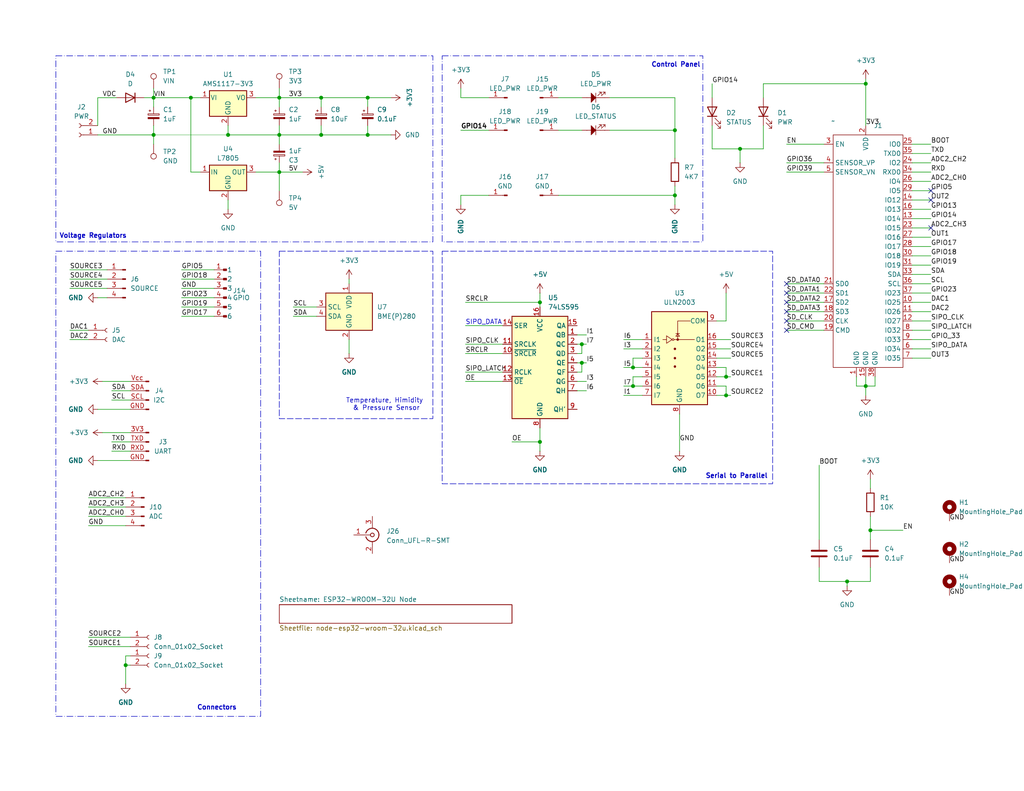
<source format=kicad_sch>
(kicad_sch (version 20231120) (generator "eeschema") (generator_version "8.0")
  (paper "USLetter")
  (title_block (title "ESP32 Sensor Node") (date "2024-07-03") (rev "v2.0") (comment 1 "ESP32-WROOM-32D Adapter"))
  (lib_symbols
    (symbol "+3V3_1" (power) (pin_numbers hide) (pin_names (offset 0) hide)
      (property "Value" "+3V3" (at 0 3.556 0))
      (symbol "+3V3_1_1_1"
        (pin power_in line (at 0 0 90) (length 0) (name "~") (number "1"))
      )
    )
    (symbol "+5V_1" (power) (pin_numbers hide) (pin_names (offset 0) hide)
      (property "Value" "+5V" (at 0 3.556 0))
      (symbol "+5V_1_1_1"
        (pin power_in line (at 0 0 90) (length 0) (name "~") (number "1"))
      )
    )
    (symbol "74xx:74LS595"
      (property "Reference" "U" (at -7.62 13.97 0))
      (property "Value" "74LS595" (at -7.62 -16.51 0))
      (symbol "74LS595_1_0"
        (pin tri_state line (at 10.16 7.62 180) (length 2.54) (name "QB") (number "1"))
        (pin input line (at -10.16 2.54 0) (length 2.54) (name "~{SRCLR}") (number "10"))
        (pin input line (at -10.16 5.08 0) (length 2.54) (name "SRCLK") (number "11"))
        (pin input line (at -10.16 -2.54 0) (length 2.54) (name "RCLK") (number "12"))
        (pin input line (at -10.16 -5.08 0) (length 2.54) (name "~{OE}") (number "13"))
        (pin input line (at -10.16 10.16 0) (length 2.54) (name "SER") (number "14"))
        (pin tri_state line (at 10.16 10.16 180) (length 2.54) (name "QA") (number "15"))
        (pin power_in line (at 0 15.24 270) (length 2.54) (name "VCC") (number "16"))
        (pin tri_state line (at 10.16 5.08 180) (length 2.54) (name "QC") (number "2"))
        (pin tri_state line (at 10.16 2.54 180) (length 2.54) (name "QD") (number "3"))
        (pin tri_state line (at 10.16 0 180) (length 2.54) (name "QE") (number "4"))
        (pin tri_state line (at 10.16 -2.54 180) (length 2.54) (name "QF") (number "5"))
        (pin tri_state line (at 10.16 -5.08 180) (length 2.54) (name "QG") (number "6"))
        (pin tri_state line (at 10.16 -7.62 180) (length 2.54) (name "QH") (number "7"))
        (pin power_in line (at 0 -17.78 90) (length 2.54) (name "GND") (number "8"))
        (pin output line (at 10.16 -12.7 180) (length 2.54) (name "QH'") (number "9"))
      )
    )
    (symbol "Alexander Symbol Library 2:Conn_UFL-R-SMT" (pin_names (offset 1.016) hide)
      (property "Reference" "J" (at -3.81 4.064 0))
      (property "Value" "Conn_UFL-R-SMT" (at 2.921 0 90))
      (symbol "Conn_UFL-R-SMT_1_1"
        (pin passive line (at -5.08 0 0) (length 2.54) (name "SIGNAL") (number "1"))
        (pin passive line (at 0 -5.08 90) (length 2.54) (name "GND") (number "2"))
        (pin passive line (at 0 5.08 270) (length 3.048) (name "GND") (number "3"))
      )
    )
    (symbol "Alexander Symbol Library:BME(P)280"
      (property "Reference" "U" (at -7.62 10.16 0))
      (property "Value" "BME(P)280" (at 5.08 10.16 0))
      (symbol "BME(P)280_1_1"
        (pin power_in line (at -1.27 10.16 270) (length 2.54) (name "VDD") (number "1"))
        (pin power_out line (at -1.27 -5.08 90) (length 2.54) (name "GND") (number "2"))
        (pin input line (at -10.16 3.81 0) (length 2.54) (name "SCL") (number "3"))
        (pin bidirectional line (at -10.16 1.27 0) (length 2.54) (name "SDA") (number "4"))
      )
    )
    (symbol "Alexander_Library_Symbols:Conn_2x3" (pin_names (offset 1.016))
      (property "Reference" "J" (at 0 0 0))
      (symbol "Conn_2x3_1_1"
        (pin bidirectional line (at -2.54 -2.54 0) (length 2.54) (name "1") (number "1"))
        (pin bidirectional line (at -2.54 -5.08 0) (length 2.54) (name "2") (number "2"))
        (pin bidirectional line (at -2.54 -7.62 0) (length 2.54) (name "3") (number "3"))
        (pin bidirectional line (at -2.54 -10.16 0) (length 2.54) (name "4") (number "4"))
        (pin bidirectional line (at -2.54 -12.7 0) (length 2.54) (name "5") (number "5"))
        (pin bidirectional line (at -2.54 -15.24 0) (length 2.54) (name "6") (number "6"))
      )
    )
    (symbol "Alexander_Library_Symbols:Conn_I2C_01x04" (pin_names (offset 1.016) hide)
      (property "Reference" "J" (at 0 5.08 0))
      (property "Value" "I2C" (at 0 -7.62 0))
      (symbol "Conn_I2C_01x04_1_1"
        (pin power_out line (at 5.08 -5.08 180) (length 3.81) (name "GND") (number "GND"))
        (pin bidirectional line (at 5.08 -2.54 180) (length 3.81) (name "SCL") (number "SCL"))
        (pin bidirectional line (at 5.08 0 180) (length 3.81) (name "SDA") (number "SDA"))
        (pin power_in line (at 5.08 2.54 180) (length 3.81) (name "VCC") (number "Vcc"))
      )
    )
    (symbol "Alexander_Library_Symbols:ESP32-WROOM-32D-SOCKET"
      (property "Reference" "J" (at 0 0 0))
      (symbol "ESP32-WROOM-32D-SOCKET_1_1"
        (pin power_out line (at 6.35 -69.85 90) (length 2.54) (name "GND") (number "1"))
        (pin bidirectional line (at 21.59 -49.53 180) (length 2.54) (name "IO25") (number "10"))
        (pin bidirectional line (at 21.59 -52.07 180) (length 2.54) (name "IO26") (number "11"))
        (pin bidirectional line (at 21.59 -54.61 180) (length 2.54) (name "IO27") (number "12"))
        (pin bidirectional line (at 21.59 -26.67 180) (length 2.54) (name "IO14") (number "13"))
        (pin bidirectional line (at 21.59 -21.59 180) (length 2.54) (name "IO12") (number "14"))
        (pin power_out line (at 8.89 -69.85 90) (length 2.54) (name "GND") (number "15"))
        (pin bidirectional line (at 21.59 -24.13 180) (length 2.54) (name "IO13") (number "16"))
        (pin input line (at -2.54 -49.53 0) (length 2.54) (name "SD2") (number "17"))
        (pin input line (at -2.54 -52.07 0) (length 2.54) (name "SD3") (number "18"))
        (pin input line (at -2.54 -57.15 0) (length 2.54) (name "CMD") (number "19"))
        (pin power_in line (at 8.89 -1.27 270) (length 2.54) (name "VDD") (number "2"))
        (pin input line (at -2.54 -54.61 0) (length 2.54) (name "CLK") (number "20"))
        (pin input line (at -2.54 -44.45 0) (length 2.54) (name "SD0") (number "21"))
        (pin input line (at -2.54 -46.99 0) (length 2.54) (name "SD1") (number "22"))
        (pin bidirectional line (at 21.59 -29.21 180) (length 2.54) (name "IO15") (number "23"))
        (pin bidirectional line (at 21.59 -11.43 180) (length 2.54) (name "IO2") (number "24"))
        (pin bidirectional line (at 21.59 -6.35 180) (length 2.54) (name "IO0") (number "25"))
        (pin bidirectional line (at 21.59 -16.51 180) (length 2.54) (name "IO4") (number "26"))
        (pin bidirectional line (at 21.59 -31.75 180) (length 2.54) (name "IO16") (number "27"))
        (pin bidirectional line (at 21.59 -34.29 180) (length 2.54) (name "IO17") (number "28"))
        (pin bidirectional line (at 21.59 -19.05 180) (length 2.54) (name "IO5") (number "29"))
        (pin input line (at -2.54 -6.35 0) (length 2.54) (name "EN") (number "3"))
        (pin bidirectional line (at 21.59 -36.83 180) (length 2.54) (name "IO18") (number "30"))
        (pin bidirectional line (at 21.59 -39.37 180) (length 2.54) (name "IO19") (number "31"))
        (pin bidirectional line (at 21.59 -41.91 180) (length 2.54) (name "SDA") (number "33"))
        (pin input line (at 21.59 -13.97 180) (length 2.54) (name "RXD0") (number "34"))
        (pin output line (at 21.59 -8.89 180) (length 2.54) (name "TXD0") (number "35"))
        (pin bidirectional line (at 21.59 -44.45 180) (length 2.54) (name "SCL") (number "36"))
        (pin bidirectional line (at 21.59 -46.99 180) (length 2.54) (name "IO23") (number "37"))
        (pin power_out line (at 11.43 -69.85 90) (length 2.54) (name "GND") (number "38"))
        (pin input line (at -2.54 -11.43 0) (length 2.54) (name "SENSOR_VP") (number "4"))
        (pin input line (at -2.54 -13.97 0) (length 2.54) (name "SENSOR_VN") (number "5"))
        (pin bidirectional line (at 21.59 -62.23 180) (length 2.54) (name "IO34") (number "6"))
        (pin bidirectional line (at 21.59 -64.77 180) (length 2.54) (name "IO35") (number "7"))
        (pin bidirectional line (at 21.59 -57.15 180) (length 2.54) (name "IO32") (number "8"))
        (pin bidirectional line (at 21.59 -59.69 180) (length 2.54) (name "IO33") (number "9"))
      )
    )
    (symbol "Conn_UART_1" (pin_names (offset 1.016) hide)
      (property "Reference" "J" (at 1.27 3.81 0))
      (property "Value" "UART" (at 2.54 -10.16 0))
      (symbol "Conn_UART_1_1_1"
        (pin power_in line (at 5.08 0 180) (length 3.81) (name "3V3") (number "3V3"))
        (pin power_out line (at 5.08 -7.62 180) (length 3.81) (name "GND") (number "GND"))
        (pin input line (at 5.08 -5.08 180) (length 3.81) (name "RXD") (number "RXD"))
        (pin output line (at 5.08 -2.54 180) (length 3.81) (name "TXD") (number "TXD"))
      )
    )
    (symbol "Connector:Conn_01x01_Pin" (pin_names (offset 1.016) hide)
      (property "Reference" "J" (at 0 2.54 0))
      (property "Value" "Conn_01x01_Pin" (at 0 -2.54 0))
      (symbol "Conn_01x01_Pin_1_1"
        (pin passive line (at 5.08 0 180) (length 3.81) (name "Pin_1") (number "1"))
      )
    )
    (symbol "Connector:Conn_01x02_Socket" (pin_names (offset 1.016) hide)
      (property "Reference" "J" (at 0 2.54 0))
      (property "Value" "Conn_01x02_Socket" (at 0 -5.08 0))
      (symbol "Conn_01x02_Socket_1_1"
        (pin passive line (at -5.08 0 0) (length 3.81) (name "Pin_1") (number "1"))
        (pin passive line (at -5.08 -2.54 0) (length 3.81) (name "Pin_2") (number "2"))
      )
    )
    (symbol "Connector:Conn_01x04_Pin" (pin_names (offset 1.016) hide)
      (property "Reference" "J" (at 0 5.08 0))
      (property "Value" "I2C" (at 0 -7.62 0))
      (symbol "Conn_01x04_Pin_1_1"
        (pin passive line (at 5.08 2.54 180) (length 3.81) (name "Pin_1") (number "1"))
        (pin passive line (at 5.08 0 180) (length 3.81) (name "Pin_2") (number "2"))
        (pin passive line (at 5.08 -2.54 180) (length 3.81) (name "Pin_3") (number "3"))
        (pin passive line (at 5.08 -5.08 180) (length 3.81) (name "Pin_4") (number "4"))
      )
    )
    (symbol "Connector:TestPoint" (pin_numbers hide) (pin_names (offset 0.762) hide)
      (property "Reference" "TP" (at 0 6.858 0))
      (property "Value" "TestPoint" (at 0 5.08 0))
      (symbol "TestPoint_1_1"
        (pin passive line (at 0 0 90) (length 2.54) (name "1") (number "1"))
      )
    )
    (symbol "Device:C" (pin_numbers hide) (pin_names (offset 0.254))
      (property "Reference" "C" (at 0.635 2.54 0))
      (property "Value" "C" (at 0.635 -2.54 0))
      (symbol "C_1_1"
        (pin passive line (at 0 3.81 270) (length 2.794) (name "~") (number "1"))
        (pin passive line (at 0 -3.81 90) (length 2.794) (name "~") (number "2"))
      )
    )
    (symbol "Device:C_Polarized_Small" (pin_numbers hide) (pin_names (offset 0.254) hide)
      (property "Reference" "C" (at 0.254 1.778 0))
      (property "Value" "C_Polarized_Small" (at 0.254 -2.032 0))
      (symbol "C_Polarized_Small_1_1"
        (pin passive line (at 0 2.54 270) (length 1.8542) (name "~") (number "1"))
        (pin passive line (at 0 -2.54 90) (length 1.8542) (name "~") (number "2"))
      )
    )
    (symbol "Device:D" (pin_numbers hide) (pin_names (offset 1.016) hide)
      (property "Reference" "D" (at 0 2.54 0))
      (property "Value" "D" (at 0 -2.54 0))
      (symbol "D_1_1"
        (pin passive line (at -3.81 0 0) (length 2.54) (name "K") (number "1"))
        (pin passive line (at 3.81 0 180) (length 2.54) (name "A") (number "2"))
      )
    )
    (symbol "Device:LED" (pin_numbers hide) (pin_names (offset 1.016) hide)
      (property "Reference" "D" (at 0 2.54 0))
      (property "Value" "LED" (at 0 -2.54 0))
      (symbol "LED_1_1"
        (pin passive line (at -3.81 0 0) (length 2.54) (name "K") (number "1"))
        (pin passive line (at 3.81 0 180) (length 2.54) (name "A") (number "2"))
      )
    )
    (symbol "Device:R" (pin_numbers hide) (pin_names (offset 0))
      (property "Reference" "R" (at 2.032 0 90))
      (property "Value" "R" (at 0 0 90))
      (symbol "R_1_1"
        (pin passive line (at 0 3.81 270) (length 1.27) (name "~") (number "1"))
        (pin passive line (at 0 -3.81 90) (length 1.27) (name "~") (number "2"))
      )
    )
    (symbol "GND_1" (power) (pin_numbers hide) (pin_names (offset 0) hide)
      (property "Value" "GND" (at 0 -3.81 0))
      (symbol "GND_1_1_1"
        (pin power_in line (at 0 0 270) (length 0) (name "~") (number "1"))
      )
    )
    (symbol "GND_3" (power) (pin_numbers hide) (pin_names (offset 0) hide)
      (property "Value" "GND" (at 0 -3.81 0))
      (symbol "GND_3_1_1"
        (pin power_in line (at 0 0 270) (length 0) (name "~") (number "1"))
      )
    )
    (symbol "GND_4" (power) (pin_numbers hide) (pin_names (offset 0) hide)
      (property "Value" "GND" (at 0 -3.81 0))
      (symbol "GND_4_1_1"
        (pin power_in line (at 0 0 270) (length 0) (name "~") (number "1"))
      )
    )
    (symbol "GND_5" (power) (pin_numbers hide) (pin_names (offset 0) hide)
      (property "Value" "GND" (at 0 -3.81 0))
      (symbol "GND_5_1_1"
        (pin power_in line (at 0 0 270) (length 0) (name "~") (number "1"))
      )
    )
    (symbol "Mechanical:MountingHole_Pad" (pin_numbers hide) (pin_names (offset 1.016) hide)
      (property "Reference" "H" (at 0 6.35 0))
      (property "Value" "MountingHole_Pad" (at 0 4.445 0))
      (symbol "MountingHole_Pad_1_1"
        (pin input line (at 0 -2.54 90) (length 2.54) (name "1") (number "1"))
      )
    )
    (symbol "PCM_SL_Devices:LED_5mm"
      (property "Reference" "D" (at -0.508 5.334 0))
      (property "Value" "LED_5mm" (at -0.508 2.794 0))
      (symbol "LED_5mm_1_1"
        (pin passive line (at 3.81 0 180) (length 1.5) (name "~") (number "1"))
        (pin passive line (at -3.81 0 0) (length 1.5) (name "") (number "2"))
      )
    )
    (symbol "Regulator_Linear:L7805" (pin_names (offset 0.254))
      (property "Reference" "U4" (at 0 6.35 0))
      (property "Value" "L7805" (at 0 3.81 0))
      (symbol "L7805_1_1"
        (pin power_in line (at -7.62 0 0) (length 2.54) (name "IN") (number "1"))
        (pin power_in line (at 0 -7.62 90) (length 2.54) (name "GND") (number "2"))
        (pin power_out line (at 7.62 0 180) (length 2.54) (name "OUT") (number "3"))
      )
    )
    (symbol "Regulator_Linear:LM78M05_TO220" (pin_names (offset 0.254))
      (property "Reference" "U" (at -3.81 3.175 0))
      (property "Value" "LM78M05_TO220" (at 0 3.175 0))
      (symbol "LM78M05_TO220_1_1"
        (pin power_in line (at -7.62 0 0) (length 2.54) (name "VI") (number "1"))
        (pin power_in line (at 0 -7.62 90) (length 2.54) (name "GND") (number "2"))
        (pin power_out line (at 7.62 0 180) (length 2.54) (name "VO") (number "3"))
      )
    )
    (symbol "Transistor_Array:ULN2003"
      (property "Reference" "U" (at 0 15.875 0))
      (property "Value" "ULN2003" (at 0 13.97 0))
      (symbol "ULN2003_1_1"
        (pin input line (at -10.16 5.08 0) (length 2.54) (name "I1") (number "1"))
        (pin open_collector line (at 10.16 -10.16 180) (length 2.54) (name "O7") (number "10"))
        (pin open_collector line (at 10.16 -7.62 180) (length 2.54) (name "O6") (number "11"))
        (pin open_collector line (at 10.16 -5.08 180) (length 2.54) (name "O5") (number "12"))
        (pin open_collector line (at 10.16 -2.54 180) (length 2.54) (name "O4") (number "13"))
        (pin open_collector line (at 10.16 0 180) (length 2.54) (name "O3") (number "14"))
        (pin open_collector line (at 10.16 2.54 180) (length 2.54) (name "O2") (number "15"))
        (pin open_collector line (at 10.16 5.08 180) (length 2.54) (name "O1") (number "16"))
        (pin input line (at -10.16 2.54 0) (length 2.54) (name "I2") (number "2"))
        (pin input line (at -10.16 0 0) (length 2.54) (name "I3") (number "3"))
        (pin input line (at -10.16 -2.54 0) (length 2.54) (name "I4") (number "4"))
        (pin input line (at -10.16 -5.08 0) (length 2.54) (name "I5") (number "5"))
        (pin input line (at -10.16 -7.62 0) (length 2.54) (name "I6") (number "6"))
        (pin input line (at -10.16 -10.16 0) (length 2.54) (name "I7") (number "7"))
        (pin power_in line (at 0 -15.24 90) (length 2.54) (name "GND") (number "8"))
        (pin passive line (at 10.16 10.16 180) (length 2.54) (name "COM") (number "9"))
      )
    )
    (symbol "power:+3V3" (power) (pin_names (offset 0))
      (property "Value" "+3V3" (at 0 3.556 0))
      (symbol "+3V3_1_1"
        (pin power_in line (at 0 0 90) (length 0) hide (name "+3V3") (number "1"))
      )
    )
    (symbol "power:+5V" (power) (pin_names (offset 0))
      (property "Value" "+5V" (at 0 3.556 0))
      (symbol "+5V_1_1"
        (pin power_in line (at 0 0 90) (length 0) hide (name "+5V") (number "1"))
      )
    )
    (symbol "power:GND" (power) (pin_names (offset 0))
      (property "Value" "GND" (at 0 -3.81 0))
      (symbol "GND_1_1"
        (pin power_in line (at 0 0 270) (length 0) hide (name "GND") (number "1"))
      )
    )
  )
  (junction (at 147.32 120.65))
  (junction (at 87.63 26.67))
  (junction (at 62.23 36.83))
  (junction (at 198.12 102.87))
  (junction (at 76.2 36.83))
  (junction (at 184.15 35.56))
  (junction (at 198.12 107.95))
  (junction (at 172.72 105.41))
  (junction (at 100.33 36.83))
  (junction (at 41.91 36.83))
  (junction (at 52.07 26.67))
  (junction (at 76.2 46.99))
  (junction (at 158.75 93.98))
  (junction (at 236.22 105.41))
  (junction (at 158.75 99.06))
  (junction (at 237.49 144.78))
  (junction (at 100.33 26.67))
  (junction (at 76.2 26.67))
  (junction (at 41.91 26.67))
  (junction (at 87.63 36.83))
  (junction (at 147.32 82.55))
  (junction (at 184.15 53.34))
  (junction (at 231.14 158.75))
  (junction (at 236.22 22.86))
  (junction (at 201.93 40.64))
  (junction (at 172.72 100.33))
  (junction (at 34.29 181.61))
  (no_connect (at 214.63 82.55))
  (no_connect (at 214.63 90.17))
  (no_connect (at 214.63 85.09))
  (no_connect (at 254 52.07))
  (no_connect (at 254 62.23))
  (no_connect (at 254 54.61))
  (no_connect (at 214.63 80.01))
  (no_connect (at 214.63 87.63))
  (no_connect (at 214.63 77.47))
  (wire (pts (xy 158.75 99.06) (xy 158.75 101.6)))
  (wire (pts (xy 248.92 44.45) (xy 254 44.45)))
  (wire (pts (xy 62.23 54.61) (xy 62.23 57.15)))
  (wire (pts (xy 52.07 26.67) (xy 54.61 26.67)))
  (wire (pts (xy 157.48 99.06) (xy 158.75 99.06)))
  (wire (pts (xy 214.63 87.63) (xy 224.79 87.63)))
  (wire (pts (xy 34.29 179.07) (xy 34.29 181.61)))
  (wire (pts (xy 30.48 109.22) (xy 35.56 109.22)))
  (wire (pts (xy 195.58 107.95) (xy 198.12 107.95)))
  (wire (pts (xy 41.91 36.83) (xy 62.23 36.83)) (stroke (width 0.0254)))
  (wire (pts (xy 147.32 116.84) (xy 147.32 120.65)))
  (wire (pts (xy 127 93.98) (xy 137.16 93.98)))
  (wire (pts (xy 184.15 26.67) (xy 184.15 35.56)))
  (wire (pts (xy 184.15 50.8) (xy 184.15 53.34)))
  (wire (pts (xy 24.13 173.99) (xy 35.56 173.99)))
  (wire (pts (xy 223.52 158.75) (xy 231.14 158.75)))
  (wire (pts (xy 41.91 26.67) (xy 52.07 26.67)))
  (wire (pts (xy 248.92 49.53) (xy 254 49.53)))
  (wire (pts (xy 201.93 40.64) (xy 208.28 40.64)))
  (wire (pts (xy 214.63 85.09) (xy 224.79 85.09)))
  (wire (pts (xy 54.61 46.99) (xy 52.07 46.99)))
  (wire (pts (xy 30.48 120.65) (xy 35.56 120.65)))
  (wire (pts (xy 24.13 140.97) (xy 34.29 140.97)))
  (wire (pts (xy 127 96.52) (xy 137.16 96.52)))
  (wire (pts (xy 236.22 21.59) (xy 236.22 22.86)))
  (wire (pts (xy 248.92 64.77) (xy 254 64.77)))
  (wire (pts (xy 172.72 100.33) (xy 175.26 100.33)))
  (wire (pts (xy 172.72 105.41) (xy 175.26 105.41)))
  (wire (pts (xy 248.92 67.31) (xy 254 67.31)))
  (wire (pts (xy 27.94 104.14) (xy 35.56 104.14)))
  (wire (pts (xy 198.12 107.95) (xy 199.39 107.95)))
  (wire (pts (xy 170.18 92.71) (xy 175.26 92.71)))
  (wire (pts (xy 62.23 34.29) (xy 62.23 36.83)))
  (wire (pts (xy 100.33 36.83) (xy 106.68 36.83)))
  (wire (pts (xy 195.58 92.71) (xy 199.39 92.71)))
  (wire (pts (xy 29.21 78.74) (xy 19.05 78.74)))
  (wire (pts (xy 233.68 105.41) (xy 236.22 105.41)))
  (wire (pts (xy 158.75 93.98) (xy 160.02 93.98)))
  (wire (pts (xy 125.73 26.67) (xy 125.73 24.13)))
  (wire (pts (xy 76.2 34.29) (xy 76.2 36.83)))
  (wire (pts (xy 29.21 73.66) (xy 19.05 73.66)))
  (wire (pts (xy 248.92 39.37) (xy 254 39.37)))
  (wire (pts (xy 87.63 26.67) (xy 87.63 29.21)))
  (wire (pts (xy 49.53 81.28) (xy 58.42 81.28)))
  (wire (pts (xy 198.12 87.63) (xy 195.58 87.63)))
  (wire (pts (xy 194.31 22.86) (xy 194.31 26.67)))
  (wire (pts (xy 49.53 83.82) (xy 58.42 83.82)))
  (wire (pts (xy 195.58 105.41) (xy 198.12 105.41)))
  (wire (pts (xy 26.67 81.28) (xy 29.21 81.28)))
  (wire (pts (xy 147.32 82.55) (xy 147.32 83.82)))
  (wire (pts (xy 125.73 53.34) (xy 125.73 55.88)))
  (wire (pts (xy 224.79 39.37) (xy 214.63 39.37)))
  (wire (pts (xy 166.37 35.56) (xy 184.15 35.56)))
  (wire (pts (xy 133.35 26.67) (xy 125.73 26.67)))
  (wire (pts (xy 147.32 80.01) (xy 147.32 82.55)))
  (wire (pts (xy 26.67 26.67) (xy 31.75 26.67)))
  (wire (pts (xy 233.68 102.87) (xy 233.68 105.41)))
  (wire (pts (xy 41.91 39.37) (xy 41.91 36.83)))
  (wire (pts (xy 19.05 90.17) (xy 24.13 90.17)))
  (wire (pts (xy 214.63 46.99) (xy 224.79 46.99)))
  (wire (pts (xy 49.53 76.2) (xy 58.42 76.2)))
  (wire (pts (xy 34.29 181.61) (xy 35.56 181.61)))
  (wire (pts (xy 27.94 118.11) (xy 35.56 118.11)))
  (wire (pts (xy 41.91 26.67) (xy 41.91 29.21)))
  (wire (pts (xy 237.49 140.97) (xy 237.49 144.78)))
  (wire (pts (xy 237.49 144.78) (xy 246.38 144.78)))
  (wire (pts (xy 198.12 100.33) (xy 198.12 102.87)))
  (wire (pts (xy 248.92 92.71) (xy 254 92.71)))
  (wire (pts (xy 41.91 34.29) (xy 41.91 36.83)))
  (wire (pts (xy 201.93 44.45) (xy 201.93 40.64)))
  (wire (pts (xy 152.4 35.56) (xy 158.75 35.56)))
  (wire (pts (xy 214.63 80.01) (xy 224.79 80.01)))
  (wire (pts (xy 198.12 80.01) (xy 198.12 87.63)))
  (wire (pts (xy 24.13 176.53) (xy 35.56 176.53)))
  (wire (pts (xy 214.63 77.47) (xy 224.79 77.47)))
  (wire (pts (xy 157.48 96.52) (xy 158.75 96.52)))
  (wire (pts (xy 157.48 104.14) (xy 160.02 104.14)))
  (wire (pts (xy 208.28 34.29) (xy 208.28 40.64)))
  (wire (pts (xy 52.07 26.67) (xy 52.07 46.99)))
  (wire (pts (xy 248.92 87.63) (xy 254 87.63)))
  (wire (pts (xy 35.56 179.07) (xy 34.29 179.07)))
  (wire (pts (xy 76.2 46.99) (xy 82.55 46.99)))
  (wire (pts (xy 41.91 24.13) (xy 41.91 26.67)))
  (wire (pts (xy 76.2 36.83) (xy 87.63 36.83)))
  (wire (pts (xy 248.92 90.17) (xy 254 90.17)))
  (wire (pts (xy 152.4 26.67) (xy 158.75 26.67)))
  (wire (pts (xy 195.58 97.79) (xy 199.39 97.79)))
  (wire (pts (xy 248.92 80.01) (xy 254 80.01)))
  (wire (pts (xy 237.49 154.94) (xy 237.49 158.75)))
  (wire (pts (xy 208.28 22.86) (xy 208.28 26.67)))
  (wire (pts (xy 127 88.9) (xy 137.16 88.9)))
  (wire (pts (xy 80.01 86.36) (xy 86.36 86.36)))
  (wire (pts (xy 195.58 100.33) (xy 198.12 100.33)))
  (wire (pts (xy 35.56 111.76) (xy 26.67 111.76)))
  (wire (pts (xy 195.58 95.25) (xy 199.39 95.25)))
  (wire (pts (xy 30.48 123.19) (xy 35.56 123.19)))
  (wire (pts (xy 125.73 35.56) (xy 133.35 35.56)))
  (wire (pts (xy 87.63 26.67) (xy 100.33 26.67)))
  (wire (pts (xy 194.31 40.64) (xy 201.93 40.64)))
  (wire (pts (xy 76.2 36.83) (xy 76.2 39.37)))
  (wire (pts (xy 248.92 41.91) (xy 254 41.91)))
  (wire (pts (xy 248.92 85.09) (xy 254 85.09)))
  (wire (pts (xy 237.49 144.78) (xy 237.49 147.32)))
  (wire (pts (xy 194.31 34.29) (xy 194.31 40.64)))
  (wire (pts (xy 147.32 120.65) (xy 147.32 123.19)))
  (wire (pts (xy 100.33 26.67) (xy 100.33 29.21)))
  (wire (pts (xy 62.23 36.83) (xy 76.2 36.83)))
  (wire (pts (xy 248.92 72.39) (xy 254 72.39)))
  (wire (pts (xy 214.63 90.17) (xy 224.79 90.17)))
  (wire (pts (xy 76.2 29.21) (xy 76.2 26.67)))
  (wire (pts (xy 236.22 22.86) (xy 236.22 34.29)))
  (wire (pts (xy 80.01 83.82) (xy 86.36 83.82)))
  (wire (pts (xy 248.92 46.99) (xy 254 46.99)))
  (wire (pts (xy 76.2 46.99) (xy 76.2 52.07)))
  (wire (pts (xy 170.18 105.41) (xy 172.72 105.41)))
  (wire (pts (xy 248.92 57.15) (xy 254 57.15)))
  (wire (pts (xy 248.92 74.93) (xy 254 74.93)))
  (wire (pts (xy 26.67 36.83) (xy 41.91 36.83)))
  (wire (pts (xy 24.13 138.43) (xy 34.29 138.43)))
  (wire (pts (xy 125.73 53.34) (xy 133.35 53.34)))
  (wire (pts (xy 170.18 107.95) (xy 175.26 107.95)))
  (wire (pts (xy 214.63 44.45) (xy 224.79 44.45)))
  (wire (pts (xy 157.48 91.44) (xy 160.02 91.44)))
  (wire (pts (xy 35.56 125.73) (xy 26.67 125.73)))
  (wire (pts (xy 248.92 62.23) (xy 254 62.23)))
  (wire (pts (xy 100.33 34.29) (xy 100.33 36.83)))
  (wire (pts (xy 95.25 76.2) (xy 95.25 77.47)))
  (wire (pts (xy 49.53 86.36) (xy 58.42 86.36)))
  (wire (pts (xy 236.22 105.41) (xy 236.22 107.95)))
  (wire (pts (xy 248.92 54.61) (xy 254 54.61)))
  (wire (pts (xy 248.92 82.55) (xy 254 82.55)))
  (wire (pts (xy 248.92 97.79) (xy 254 97.79)))
  (wire (pts (xy 76.2 44.45) (xy 76.2 46.99)))
  (wire (pts (xy 170.18 95.25) (xy 175.26 95.25)))
  (wire (pts (xy 127 101.6) (xy 137.16 101.6)))
  (wire (pts (xy 223.52 127) (xy 223.52 147.32)))
  (wire (pts (xy 184.15 53.34) (xy 184.15 55.88)))
  (wire (pts (xy 198.12 105.41) (xy 198.12 107.95)))
  (wire (pts (xy 69.85 46.99) (xy 76.2 46.99)))
  (wire (pts (xy 69.85 26.67) (xy 76.2 26.67)))
  (wire (pts (xy 19.05 92.71) (xy 24.13 92.71)))
  (wire (pts (xy 34.29 181.61) (xy 34.29 186.69)))
  (wire (pts (xy 127 82.55) (xy 147.32 82.55)))
  (wire (pts (xy 238.76 105.41) (xy 236.22 105.41)))
  (wire (pts (xy 198.12 102.87) (xy 199.39 102.87)))
  (wire (pts (xy 248.92 52.07) (xy 254 52.07)))
  (wire (pts (xy 157.48 93.98) (xy 158.75 93.98)))
  (wire (pts (xy 248.92 95.25) (xy 254 95.25)))
  (wire (pts (xy 238.76 102.87) (xy 238.76 105.41)))
  (wire (pts (xy 34.29 135.89) (xy 24.13 135.89)))
  (wire (pts (xy 184.15 35.56) (xy 184.15 43.18)))
  (wire (pts (xy 139.7 120.65) (xy 147.32 120.65)))
  (wire (pts (xy 248.92 69.85) (xy 254 69.85)))
  (wire (pts (xy 76.2 24.13) (xy 76.2 26.67)))
  (wire (pts (xy 175.26 102.87) (xy 172.72 102.87)))
  (wire (pts (xy 248.92 59.69) (xy 254 59.69)))
  (wire (pts (xy 175.26 97.79) (xy 172.72 97.79)))
  (wire (pts (xy 237.49 130.81) (xy 237.49 133.35)))
  (wire (pts (xy 170.18 100.33) (xy 172.72 100.33)))
  (wire (pts (xy 87.63 34.29) (xy 87.63 36.83)))
  (wire (pts (xy 49.53 73.66) (xy 58.42 73.66)))
  (wire (pts (xy 30.48 106.68) (xy 35.56 106.68)))
  (wire (pts (xy 248.92 77.47) (xy 254 77.47)))
  (wire (pts (xy 26.67 26.67) (xy 26.67 34.29)))
  (wire (pts (xy 152.4 53.34) (xy 184.15 53.34)))
  (wire (pts (xy 231.14 158.75) (xy 231.14 160.02)))
  (wire (pts (xy 24.13 143.51) (xy 34.29 143.51)))
  (wire (pts (xy 214.63 82.55) (xy 224.79 82.55)))
  (wire (pts (xy 172.72 97.79) (xy 172.72 100.33)))
  (wire (pts (xy 157.48 101.6) (xy 158.75 101.6)))
  (wire (pts (xy 157.48 106.68) (xy 160.02 106.68)))
  (wire (pts (xy 95.25 92.71) (xy 95.25 96.52)))
  (wire (pts (xy 223.52 154.94) (xy 223.52 158.75)))
  (wire (pts (xy 195.58 102.87) (xy 198.12 102.87)))
  (wire (pts (xy 185.42 113.03) (xy 185.42 123.19)))
  (wire (pts (xy 76.2 26.67) (xy 87.63 26.67)))
  (wire (pts (xy 49.53 78.74) (xy 58.42 78.74)))
  (wire (pts (xy 29.21 76.2) (xy 19.05 76.2)))
  (wire (pts (xy 231.14 158.75) (xy 237.49 158.75)))
  (wire (pts (xy 208.28 22.86) (xy 236.22 22.86)))
  (wire (pts (xy 158.75 99.06) (xy 160.02 99.06)))
  (wire (pts (xy 172.72 102.87) (xy 172.72 105.41)))
  (wire (pts (xy 236.22 102.87) (xy 236.22 105.41)))
  (wire (pts (xy 158.75 96.52) (xy 158.75 93.98)))
  (wire (pts (xy 166.37 26.67) (xy 184.15 26.67)))
  (wire (pts (xy 87.63 36.83) (xy 100.33 36.83)))
  (wire (pts (xy 100.33 26.67) (xy 106.68 26.67)))
  (wire (pts (xy 39.37 26.67) (xy 41.91 26.67)))
  (wire (pts (xy 127 104.14) (xy 137.16 104.14)))
  (rectangle (start 120.65 68.58) (end 210.82 132.08) (stroke (width 0) (type dash)))
  (rectangle (start 15.24 68.58) (end 71.12 195.58) (stroke (width 0) (type dash_dot)))
  (rectangle (start 76.2 68.58) (end 118.11 114.3) (stroke (width 0) (type dash)))
  (rectangle (start 120.65 15.24) (end 191.77 66.04) (stroke (width 0) (type dash_dot)))
  (rectangle (start 15.24 15.24) (end 118.11 66.04) (stroke (width 0) (type dash_dot)))
  (text "Voltage Regulators" (at 25.4 63.754 0) (effects (font (size 1.27 1.27) (thickness 0.254) (bold yes)) (justify top)))
  (text "Control Panel " (at 184.912 17.78 0) (effects (font (size 1.27 1.27) (thickness 0.254) (bold yes))))
  (text "Connectors\n" (at 59.182 193.294 0) (effects (font (size 1.27 1.27) (thickness 0.254) (bold yes))))
  (text "Serial to Parallel" (at 209.55 130.81 0) (effects (font (size 1.27 1.27) (bold yes)) (justify right bottom)))
  (text "Temperature, Himidity \n& Pressure Sensor" (at 105.41 110.49 0) (effects (font (size 1.27 1.27))))
  (label "SIPO_DATA" (at 254 95.25 0))
  (label "SOURCE5" (at 199.39 97.79 0))
  (label "GND" (at 259.08 142.24 0))
  (label "SOURCE3" (at 19.05 73.66 0))
  (label "SOURCE4" (at 19.05 76.2 0))
  (label "SD_DATA1" (at 214.63 80.01 0))
  (label "SOURCE1" (at 24.13 176.53 0))
  (label "I7" (at 160.02 93.98 0))
  (label "GPIO5" (at 254 52.07 0))
  (label "SOURCE5" (at 19.05 78.74 0))
  (label "ADC2_CH2" (at 254 44.45 0))
  (label "OUT1" (at 254 64.77 0))
  (label "GPIO_33" (at 254 92.71 0))
  (label "I3" (at 160.02 104.14 0))
  (label "OUT2" (at 254 54.61 0))
  (label "SD_DATA0" (at 214.63 77.47 0))
  (label "GPIO23" (at 254 80.01 0))
  (label "VDC" (at 27.94 26.67 0))
  (label "GPIO13" (at 254 57.15 0))
  (label "SCL" (at 80.01 83.82 0))
  (label "SIPO_CLK" (at 127 93.98 0))
  (label "SD_CLK" (at 214.63 87.63 0))
  (label "DAC2" (at 19.05 92.71 0))
  (label "OE" (at 139.7 120.65 0))
  (label "TXD" (at 254 41.91 0))
  (label "I1" (at 170.18 107.95 0))
  (label "BOOT" (at 223.52 127 0))
  (label "ADC2_CH2" (at 24.13 135.89 0))
  (label "SDA" (at 254 74.93 0))
  (label "SD_CMD" (at 214.63 90.17 0))
  (label "ADC2_CH0" (at 24.13 140.97 0))
  (label "SD_DATA3" (at 214.63 85.09 0))
  (label "SIPO_LATCH" (at 127 101.6 0))
  (label "I5" (at 160.02 99.06 0))
  (label "GPIO17" (at 254 67.31 0))
  (label "GPIO23" (at 49.53 81.28 0))
  (label "GPIO5" (at 49.53 73.66 0))
  (label "SD_DATA2" (at 214.63 82.55 0))
  (label "GND" (at 24.13 143.51 0))
  (label "EN" (at 246.38 144.78 0))
  (label "SCL" (at 254 77.47 0))
  (label "SIPO_LATCH" (at 254 90.17 0))
  (label "GPIO18" (at 254 69.85 0))
  (label "GPIO14" (at 194.31 22.86 0))
  (label "GPIO14" (at 254 59.69 0))
  (label "RXD" (at 30.48 123.19 0))
  (label "SCL" (at 30.48 109.22 0))
  (label "SIPO_CLK" (at 254 87.63 0))
  (label "GND" (at 49.53 78.74 0))
  (label "I6" (at 170.18 92.71 0))
  (label "3V3" (at 236.22 34.29 0))
  (label "ADC2_CH3" (at 254 62.23 0))
  (label "OUT3" (at 254 97.79 0))
  (label "GPIO39" (at 214.63 46.99 0))
  (label "I5" (at 170.18 100.33 0))
  (label "SOURCE1" (at 199.39 102.87 0))
  (label "GND" (at 259.08 153.67 0))
  (label "GPIO17" (at 49.53 86.36 0))
  (label "GPIO18" (at 49.53 76.2 0))
  (label "SOURCE2" (at 199.39 107.95 0))
  (label "BOOT" (at 254 39.37 0))
  (label "SRCLR" (at 127 82.55 0))
  (label "SOURCE3" (at 199.39 92.71 0))
  (label "ADC2_CH0" (at 254 49.53 0))
  (label "5V" (at 78.74 46.99 0))
  (label "ADC2_CH3" (at 24.13 138.43 0))
  (label "GND" (at 259.08 162.56 0))
  (label "VIN" (at 41.91 26.67 0))
  (label "DAC2" (at 254 85.09 0))
  (label "SDA" (at 80.01 86.36 0))
  (label "DAC1" (at 254 82.55 0))
  (label "3V3" (at 78.74 26.67 0))
  (label "OE" (at 127 104.14 0))
  (label "SDA" (at 30.48 106.68 0))
  (label "SRCLR" (at 127 96.52 0))
  (label "GPIO19" (at 49.53 83.82 0))
  (label "GPIO36" (at 214.63 44.45 0))
  (label "GPIO19" (at 254 72.39 0))
  (label "I3" (at 170.18 95.25 0))
  (label "GND" (at 27.94 36.83 0))
  (label "I1" (at 160.02 91.44 0))
  (label "DAC1" (at 19.05 90.17 0))
  (label "EN" (at 214.63 39.37 0))
  (label "I6" (at 160.02 106.68 0))
  (label "SIPO_DATA" (at 127 88.9 0))
  (label "GND" (at 185.42 120.65 0))
  (label "GPIO14" (at 125.73 35.56 0) (effects (font (bold yes))))
  (label "SOURCE4" (at 199.39 95.25 0))
  (label "I7" (at 170.18 105.41 0))
  (label "TXD" (at 30.48 120.65 0))
  (label "SOURCE2" (at 24.13 173.99 0))
  (label "RXD" (at 254 46.99 0))
  (symbol (lib_id "Connector:Conn_01x02_Socket") (at 29.21 90.17 0) (unit 1)
    (property "Reference" "J5" (at 30.48 90.1699 0) (effects (justify left)))
    (property "Value" "DAC" (at 30.48 92.7099 0) (effects (justify left)))
    (property "Footprint" "Connector_PinSocket_2.54mm:PinSocket_1x02_P2.54mm_Vertical" (effects (hide yes)))
  )
  (symbol (lib_id "power:GND") (at 106.68 36.83 90) (unit 1)
    (property "Reference" "#PWR03" (effects (hide yes)))
    (property "Value" "GND" (at 110.49 36.8299 90) (effects (justify right)))
  )
  (symbol (lib_id "Connector:Conn_01x04_Pin") (at 39.37 138.43 0) (mirror y) (unit 1)
    (property "Reference" "J10" (at 40.64 138.4299 0) (effects (justify right)))
    (property "Value" "ADC" (at 40.64 140.9699 0) (effects (justify right)))
    (property "Footprint" "Connector_PinSocket_2.54mm:PinSocket_1x04_P2.54mm_Vertical" (effects (hide yes)))
  )
  (symbol (lib_id "power:+3V3") (at 95.25 76.2 0) (unit 1)
    (property "Reference" "#PWR022" (effects (hide yes)))
    (property "Value" "+3V3" (at 95.25 71.12 0))
  )
  (symbol (lib_id "power:GND") (at 26.67 81.28 270) (unit 1)
    (property "Reference" "#PWR023" (effects (hide yes)))
    (property "Value" "GND" (at 22.86 81.28 90) (effects (font (bold yes)) (justify right)))
  )
  (symbol (lib_id "power:+3V3") (at 27.94 118.11 90) (unit 1)
    (property "Reference" "#PWR06" (effects (hide yes)))
    (property "Value" "+3V3" (at 24.13 118.1099 90) (effects (justify left)))
  )
  (symbol (lib_id "Alexander Symbol Library:BME(P)280") (at 96.52 87.63 0) (unit 1)
    (property "Reference" "U7" (at 102.87 83.8199 0) (effects (justify left)))
    (property "Value" "BME(P)280" (at 102.87 86.3599 0) (effects (justify left)))
    (property "Footprint" "Alexander Footprint Library:BME280_BMP280_I2C" (effects (hide yes)))
    (property "Description" "Absolute Barometric Pressure Sensor" (effects (hide yes)))
  )
  (symbol (lib_id "Device:LED") (at 194.31 30.48 90) (unit 1)
    (property "Reference" "D2" (at 198.12 30.7974 90) (effects (justify right)))
    (property "Value" "STATUS" (at 198.12 33.3374 90) (effects (justify right)))
    (property "Footprint" "LED_SMD:LED_1210_3225Metric_Pad1.42x2.65mm_HandSolder" (effects (hide yes)))
    (property "Description" "Light emitting diode" (effects (hide yes)))
  )
  (symbol (lib_id "Connector:Conn_01x01_Pin") (at 147.32 35.56 0) (mirror x) (unit 1)
    (property "Reference" "J19" (at 147.955 30.48 0))
    (property "Value" "LED_PWR" (at 147.955 33.02 0))
    (property "Footprint" "Alexander Footprint Library:Pad_1x01_P2.54_SMD" (effects (hide yes)))
    (property "Description" "Generic connector, single row, 01x01, script generated" (effects (hide yes)))
  )
  (symbol (lib_id "power:+3V3") (at 27.94 104.14 90) (unit 1)
    (property "Reference" "#PWR08" (effects (hide yes)))
    (property "Value" "+3V3" (at 24.13 104.14 90) (effects (justify left)))
  )
  (symbol (lib_id "power:+5V") (at 198.12 80.01 0) (unit 1)
    (property "Reference" "#PWR012" (effects (hide yes)))
    (property "Value" "+5V" (at 198.12 74.93 0))
  )
  (symbol (lib_id "Device:C_Polarized_Small") (at 87.63 31.75 0) (unit 1)
    (property "Reference" "C8" (at 90.17 29.9338 0) (effects (justify left)))
    (property "Value" "10uF" (at 90.17 32.4738 0) (effects (justify left)))
    (property "Footprint" "Capacitor_SMD:CP_Elec_3x5.3" (effects (hide yes)))
  )
  (symbol (lib_id "Transistor_Array:ULN2003") (at 185.42 97.79 0) (unit 1) (on_board no)
    (property "Reference" "U3" (at 185.42 80.01 0))
    (property "Value" "ULN2003" (at 185.42 82.55 0))
    (property "Footprint" "Package_DIP:DIP-16_W7.62mm" (effects (hide yes)))
    (property "Datasheet" "http://www.ti.com/lit/ds/symlink/uln2003a.pdf" (effects (hide yes)))
  )
  (symbol (lib_id "PCM_SL_Devices:LED_5mm") (at 162.56 26.67 0) (unit 1)
    (property "Reference" "D5" (at 162.56 20.32 0))
    (property "Value" "LED_PWR" (at 162.56 22.86 0))
    (property "Footprint" "LED_THT:LED_D5.0mm" (effects (hide yes)))
    (property "Description" "Common 5mm diameter LED" (effects (hide yes)))
  )
  (symbol (lib_name "Conn_UART_1") (lib_id "Alexander_Library_Symbols:Conn_UART") (at 40.64 118.11 0) (mirror y) (unit 1)
    (property "Reference" "J3" (at 44.45 120.65 0))
    (property "Value" "UART" (at 44.45 123.19 0))
    (property "Footprint" "Alexander Footprints Library:Conn_UART" (effects (hide yes)))
  )
  (symbol (lib_id "Device:C_Polarized_Small") (at 76.2 41.91 0) (mirror x) (unit 1)
    (property "Reference" "C3" (at 78.74 43.7261 0) (effects (justify left)))
    (property "Value" "1uF" (at 78.74 41.1861 0) (effects (justify left)))
    (property "Footprint" "Capacitor_THT:CP_Radial_D4.0mm_P2.00mm" (effects (hide yes)))
  )
  (symbol (lib_id "Device:C_Polarized_Small") (at 41.91 31.75 0) (unit 1)
    (property "Reference" "C1" (at 44.45 29.9339 0) (effects (justify left)))
    (property "Value" "1uF" (at 44.45 32.4739 0) (effects (justify left)))
    (property "Footprint" "Capacitor_THT:CP_Radial_D4.0mm_P2.00mm" (effects (hide yes)))
  )
  (symbol (lib_id "power:GND") (at 26.67 111.76 270) (unit 1)
    (property "Reference" "#PWR09" (effects (hide yes)))
    (property "Value" "GND" (at 22.86 111.76 90) (effects (font (bold yes)) (justify right)))
  )
  (symbol (lib_name "GND_4") (lib_id "power:GND") (at 147.32 123.19 0) (unit 1)
    (property "Reference" "#PWR016" (effects (hide yes)))
    (property "Value" "GND" (at 147.32 128.27 0) (effects (font (bold yes))))
    (property "Description" "Power symbol creates a global label with name \"GND\" , ground" (effects (hide yes)))
  )
  (symbol (lib_id "power:GND") (at 26.67 125.73 270) (unit 1)
    (property "Reference" "#PWR07" (effects (hide yes)))
    (property "Value" "GND" (at 22.86 125.73 90) (effects (font (bold yes)) (justify right)))
  )
  (symbol (lib_id "74xx:74LS595") (at 147.32 99.06 0) (unit 1) (on_board no)
    (property "Reference" "U5" (at 149.5141 81.28 0) (effects (justify left)))
    (property "Value" "74LS595" (at 149.5141 83.82 0) (effects (justify left)))
    (property "Footprint" "Package_DIP:DIP-16_W7.62mm" (effects (hide yes)))
    (property "Datasheet" "http://www.ti.com/lit/gpn/sn74ls595" (effects (hide yes)))
    (property "Description" "8-bit serial in/out Shift Register 3-State Outputs" (effects (hide yes)))
  )
  (symbol (lib_id "Connector:Conn_01x01_Pin") (at 147.32 26.67 0) (mirror x) (unit 1)
    (property "Reference" "J15" (at 147.955 21.59 0))
    (property "Value" "LED_PWR" (at 147.955 24.13 0))
    (property "Footprint" "Alexander Footprint Library:Pad_1x01_P2.54_SMD" (effects (hide yes)))
    (property "Description" "Generic connector, single row, 01x01, script generated" (effects (hide yes)))
  )
  (symbol (lib_id "Mechanical:MountingHole_Pad") (at 259.08 151.13 0) (unit 1)
    (property "Reference" "H2" (at 261.62 148.59 0) (effects (justify left)))
    (property "Value" "MountingHole_Pad" (at 261.62 151.13 0) (effects (justify left)))
    (property "Footprint" "MountingHole:MountingHole_3mm" (effects (hide yes)))
  )
  (symbol (lib_id "power:GND") (at 185.42 123.19 0) (unit 1)
    (property "Reference" "#PWR010" (effects (hide yes)))
    (property "Value" "GND" (at 185.42 128.27 0) (effects (font (bold yes))))
  )
  (symbol (lib_name "GND_3") (lib_id "power:GND") (at 201.93 44.45 0) (unit 1)
    (property "Reference" "#PWR015" (effects (hide yes)))
    (property "Value" "GND" (at 201.93 49.53 0))
    (property "Description" "Power symbol creates a global label with name \"GND\" , ground" (effects (hide yes)))
  )
  (symbol (lib_id "Connector:Conn_01x02_Socket") (at 40.64 179.07 0) (unit 1)
    (property "Reference" "J9" (at 41.91 179.07 0) (effects (justify left)))
    (property "Value" "Conn_01x02_Socket" (at 41.91 181.61 0) (effects (justify left)))
    (property "Footprint" "Alexander Footprints Library:Conn_Terminal_5mm" (effects (hide yes)))
  )
  (symbol (lib_id "Connector:Conn_01x04_Pin") (at 34.29 76.2 0) (mirror y) (unit 1)
    (property "Reference" "J6" (at 35.56 76.1999 0) (effects (justify right)))
    (property "Value" "SOURCE" (at 35.56 78.7399 0) (effects (justify right)))
    (property "Footprint" "Connector_PinSocket_2.54mm:PinSocket_1x04_P2.54mm_Vertical" (effects (hide yes)))
  )
  (symbol (lib_id "power:+3V3") (at 237.49 130.81 0) (unit 1)
    (property "Reference" "#PWR024" (effects (hide yes)))
    (property "Value" "+3V3" (at 237.49 125.73 0))
  )
  (symbol (lib_name "GND_3") (lib_id "power:GND") (at 231.14 160.02 0) (unit 1)
    (property "Reference" "#PWR025" (effects (hide yes)))
    (property "Value" "GND" (at 231.14 165.1 0))
    (property "Description" "Power symbol creates a global label with name \"GND\" , ground" (effects (hide yes)))
  )
  (symbol (lib_id "Device:C") (at 237.49 151.13 0) (unit 1)
    (property "Reference" "C4" (at 241.3 149.8599 0) (effects (justify left)))
    (property "Value" "0.1uF" (at 241.3 152.3999 0) (effects (justify left)))
    (property "Footprint" "Capacitor_SMD:CP_Elec_3x5.3" (effects (hide yes)))
    (property "Description" "Unpolarized capacitor" (effects (hide yes)))
  )
  (symbol (lib_name "GND_1") (lib_id "power:GND") (at 34.29 186.69 0) (unit 1)
    (property "Reference" "#PWR014" (effects (hide yes)))
    (property "Value" "GND" (at 34.29 191.77 0) (effects (font (bold yes))))
    (property "Description" "Power symbol creates a global label with name \"GND\" , ground" (effects (hide yes)))
  )
  (symbol (lib_name "+3V3_1") (lib_id "power:+3V3") (at 125.73 24.13 0) (unit 1)
    (property "Reference" "#PWR026" (effects (hide yes)))
    (property "Value" "+3V3" (at 125.73 19.05 0))
    (property "Description" "Power symbol creates a global label with name \"+3V3\"" (effects (hide yes)))
  )
  (symbol (lib_id "Device:D") (at 35.56 26.67 180) (unit 1)
    (property "Reference" "D4" (at 35.56 20.32 0))
    (property "Value" "D" (at 35.56 22.86 0))
    (property "Footprint" "Diode_SMD:D_1210_3225Metric" (effects (hide yes)))
    (property "Description" "Diode" (effects (hide yes)))
    (property "Sim.Device" "D" (effects (hide yes)))
    (property "Sim.Pins" "1=K 2=A" (effects (hide yes)))
  )
  (symbol (lib_id "Connector:TestPoint") (at 76.2 52.07 180) (unit 1)
    (property "Reference" "TP4" (at 78.74 54.1019 0) (effects (justify right)))
    (property "Value" "5V" (at 78.74 56.6419 0) (effects (justify right)))
    (property "Footprint" "TestPoint:TestPoint_Pad_D1.5mm" (effects (hide yes)))
    (property "Description" "test point" (effects (hide yes)))
  )
  (symbol (lib_id "PCM_SL_Devices:LED_5mm") (at 162.56 35.56 0) (unit 1)
    (property "Reference" "D6" (at 162.56 29.21 0))
    (property "Value" "LED_STATUS" (at 162.56 31.75 0))
    (property "Footprint" "LED_THT:LED_D5.0mm" (effects (hide yes)))
    (property "Description" "Common 5mm diameter LED" (effects (hide yes)))
  )
  (symbol (lib_id "Connector:Conn_01x02_Socket") (at 40.64 173.99 0) (unit 1)
    (property "Reference" "J8" (at 41.91 173.99 0) (effects (justify left)))
    (property "Value" "Conn_01x02_Socket" (at 41.91 176.53 0) (effects (justify left)))
    (property "Footprint" "Alexander Footprints Library:Conn_Terminal_5mm" (effects (hide yes)))
  )
  (symbol (lib_id "Connector:Conn_01x02_Socket") (at 21.59 36.83 180) (unit 1)
    (property "Reference" "J2" (at 22.225 29.21 0))
    (property "Value" "PWR" (at 22.225 31.75 0))
    (property "Footprint" "Connector_PinSocket_2.54mm:PinSocket_1x02_P2.54mm_Vertical" (effects (hide yes)))
  )
  (symbol (lib_id "Regulator_Linear:L7805") (at 62.23 46.99 0) (unit 1)
    (property "Reference" "U4" (at 62.23 40.64 0))
    (property "Value" "L7805" (at 62.23 43.18 0))
    (property "Footprint" "Alexander Footprint Library:LD1117" (effects (hide yes)))
    (property "Datasheet" "datasheets/Voltage-Regulator_L7805.pdf" (effects (hide yes)))
    (property "Description" "Voltage Regulator 1.5A Positive" (effects (hide yes)))
  )
  (symbol (lib_id "Device:R") (at 184.15 46.99 0) (unit 1)
    (property "Reference" "R7" (at 186.69 45.7199 0) (effects (justify left)))
    (property "Value" "4K7" (at 186.69 48.2599 0) (effects (justify left)))
    (property "Footprint" "Resistor_SMD:R_1206_3216Metric_Pad1.30x1.75mm_HandSolder" (effects (hide yes)))
  )
  (symbol (lib_id "Device:C_Polarized_Small") (at 100.33 31.75 0) (unit 1)
    (property "Reference" "C9" (at 102.87 29.9338 0) (effects (justify left)))
    (property "Value" "0.1uF" (at 102.87 32.4738 0) (effects (justify left)))
    (property "Footprint" "Capacitor_SMD:CP_Elec_3x5.3" (effects (hide yes)))
  )
  (symbol (lib_id "Device:LED") (at 208.28 30.48 90) (unit 1)
    (property "Reference" "D1" (at 212.09 30.7974 90) (effects (justify right)))
    (property "Value" "PWR" (at 212.09 33.3374 90) (effects (justify right)))
    (property "Footprint" "LED_SMD:LED_1210_3225Metric_Pad1.42x2.65mm_HandSolder" (effects (hide yes)))
    (property "Description" "Light emitting diode" (effects (hide yes)))
  )
  (symbol (lib_id "Alexander Symbol Library 2:Conn_UFL-R-SMT") (at 101.6 146.05 0) (unit 1) (on_board no)
    (property "Reference" "J26" (at 105.41 145.0339 0) (effects (justify left)))
    (property "Value" "Conn_UFL-R-SMT" (at 105.41 147.5739 0) (effects (justify left)))
    (property "Footprint" "Alexander Footprint Library:COAX2_U.FL-R-SMT-101_HIR" (effects (hide yes)))
    (property "Datasheet" " ~" (effects (hide yes)))
    (property "Description" "coaxial connector (BNC, SMA, SMB, SMC, Cinch/RCA, LEMO, ...)" (effects (hide yes)))
  )
  (symbol (lib_id "power:GND") (at 125.73 55.88 0) (unit 1)
    (property "Reference" "#PWR028" (effects (hide yes)))
    (property "Value" "GND" (at 125.73 59.69 90) (effects (font (bold yes)) (justify right)))
  )
  (symbol (lib_id "Connector:Conn_01x01_Pin") (at 138.43 35.56 180) (unit 1)
    (property "Reference" "J18" (at 137.795 30.48 0))
    (property "Value" "LED_PWR" (at 137.795 33.02 0))
    (property "Footprint" "Alexander Footprint Library:PinSocket_1x01_P2.54" (effects (hide yes)))
    (property "Description" "Generic connector, single row, 01x01, script generated" (effects (hide yes)))
  )
  (symbol (lib_id "power:GND") (at 62.23 57.15 0) (unit 1)
    (property "Reference" "#PWR013" (effects (hide yes)))
    (property "Value" "GND" (at 62.23 62.23 0))
  )
  (symbol (lib_id "Device:C_Polarized_Small") (at 76.2 31.75 0) (unit 1)
    (property "Reference" "C2" (at 78.74 29.9339 0) (effects (justify left)))
    (property "Value" "1uF" (at 78.74 32.4739 0) (effects (justify left)))
    (property "Footprint" "Capacitor_THT:CP_Radial_D4.0mm_P2.00mm" (effects (hide yes)))
  )
  (symbol (lib_id "Connector:Conn_01x01_Pin") (at 138.43 26.67 180) (unit 1)
    (property "Reference" "J7" (at 137.795 21.59 0))
    (property "Value" "LED_PWR" (at 137.795 24.13 0))
    (property "Footprint" "Alexander Footprint Library:PinSocket_1x01_P2.54" (effects (hide yes)))
    (property "Description" "Generic connector, single row, 01x01, script generated" (effects (hide yes)))
  )
  (symbol (lib_id "power:+3V3") (at 236.22 21.59 0) (unit 1)
    (property "Reference" "#PWR02" (effects (hide yes)))
    (property "Value" "+3V3" (at 236.22 16.51 0))
  )
  (symbol (lib_id "Connector:TestPoint") (at 41.91 39.37 180) (unit 1)
    (property "Reference" "TP2" (at 44.45 41.4019 0) (effects (justify right)))
    (property "Value" "GND" (at 44.45 43.9419 0) (effects (justify right)))
    (property "Footprint" "TestPoint:TestPoint_Pad_D1.5mm" (effects (hide yes)))
    (property "Description" "test point" (effects (hide yes)))
  )
  (symbol (lib_id "Connector:Conn_01x01_Pin") (at 138.43 53.34 180) (unit 1)
    (property "Reference" "J16" (at 137.795 48.26 0))
    (property "Value" "GND" (at 137.795 50.8 0))
    (property "Footprint" "Alexander Footprint Library:PinSocket_1x01_P2.54" (effects (hide yes)))
    (property "Description" "Generic connector, single row, 01x01, script generated" (effects (hide yes)))
  )
  (symbol (lib_id "power:+5V") (at 82.55 46.99 270) (unit 1)
    (property "Reference" "#PWR05" (effects (hide yes)))
    (property "Value" "+5V" (at 87.63 46.99 0))
  )
  (symbol (lib_id "Mechanical:MountingHole_Pad") (at 259.08 139.7 0) (unit 1)
    (property "Reference" "H1" (at 261.62 137.16 0) (effects (justify left)))
    (property "Value" "MountingHole_Pad" (at 261.62 139.7 0) (effects (justify left)))
    (property "Footprint" "MountingHole:MountingHole_3mm" (effects (hide yes)))
  )
  (symbol (lib_id "Device:C") (at 223.52 151.13 0) (unit 1)
    (property "Reference" "C5" (at 227.33 149.8599 0) (effects (justify left)))
    (property "Value" "0.1uF" (at 227.33 152.3999 0) (effects (justify left)))
    (property "Footprint" "Capacitor_SMD:CP_Elec_3x5.3" (effects (hide yes)))
    (property "Description" "Unpolarized capacitor" (effects (hide yes)))
  )
  (symbol (lib_id "Connector:TestPoint") (at 41.91 24.13 0) (unit 1)
    (property "Reference" "TP1" (at 44.45 19.5579 0) (effects (justify left)))
    (property "Value" "VIN" (at 44.45 22.0979 0) (effects (justify left)))
    (property "Footprint" "TestPoint:TestPoint_Pad_D1.5mm" (effects (hide yes)))
    (property "Description" "test point" (effects (hide yes)))
  )
  (symbol (lib_id "Regulator_Linear:LM78M05_TO220") (at 62.23 26.67 0) (unit 1)
    (property "Reference" "U1" (at 62.23 20.32 0))
    (property "Value" "AMS1117-3V3" (at 62.23 22.86 0))
    (property "Footprint" "Package_TO_SOT_SMD:SOT-223-3_TabPin2" (effects (hide yes)))
    (property "Datasheet" "https://www.onsemi.com/pub/Collateral/MC78M00-D.PDF" (effects (hide yes)))
  )
  (symbol (lib_id "Mechanical:MountingHole_Pad") (at 259.08 160.02 0) (unit 1)
    (property "Reference" "H4" (at 261.62 157.48 0) (effects (justify left)))
    (property "Value" "MountingHole_Pad" (at 261.62 160.02 0) (effects (justify left)))
    (property "Footprint" "MountingHole:MountingHole_3mm" (effects (hide yes)))
  )
  (symbol (lib_id "Alexander_Library_Symbols:Conn_2x3") (at 60.96 71.12 0) (unit 1)
    (property "Reference" "J14" (at 63.5 79.3749 0) (effects (justify left)))
    (property "Value" "GPIO" (at 63.5 81.28 0) (effects (justify left)))
    (property "Footprint" "Alexander Footprint Library:CONN_2x3" (effects (hide yes)))
    (property "Description" "Connector 2x3" (effects (hide yes)))
  )
  (symbol (lib_id "power:+3V3") (at 106.68 26.67 270) (unit 1)
    (property "Reference" "#PWR04" (effects (hide yes)))
    (property "Value" "+3V3" (at 111.76 26.67 0))
  )
  (symbol (lib_id "Connector:TestPoint") (at 76.2 24.13 0) (unit 1)
    (property "Reference" "TP3" (at 78.74 19.5579 0) (effects (justify left)))
    (property "Value" "3V3" (at 78.74 22.0979 0) (effects (justify left)))
    (property "Footprint" "TestPoint:TestPoint_Pad_D1.5mm" (effects (hide yes)))
    (property "Description" "test point" (effects (hide yes)))
  )
  (symbol (lib_id "Alexander_Library_Symbols:Conn_I2C_01x04") (at 40.64 106.68 0) (mirror y) (unit 1)
    (property "Reference" "J4" (at 43.434 106.68 0))
    (property "Value" "I2C" (at 43.434 109.22 0))
    (property "Footprint" "Alexander Footprints Library:Conn_I2C" (effects (hide yes)))
  )
  (symbol (lib_name "GND_5") (lib_id "power:GND") (at 95.25 96.52 0) (unit 1)
    (property "Reference" "#PWR021" (effects (hide yes)))
    (property "Value" "GND" (at 95.25 101.6 0) (effects (font (bold yes))))
    (property "Description" "Power symbol creates a global label with name \"GND\" , ground" (effects (hide yes)))
  )
  (symbol (lib_id "Device:R") (at 237.49 137.16 0) (unit 1)
    (property "Reference" "R1" (at 240.03 135.89 0) (effects (justify left)))
    (property "Value" "10K" (at 240.03 138.43 0) (effects (justify left)))
    (property "Footprint" "Resistor_SMD:R_1206_3216Metric_Pad1.30x1.75mm_HandSolder" (effects (hide yes)))
  )
  (symbol (lib_id "power:GND") (at 184.15 55.88 0) (unit 1)
    (property "Reference" "#PWR027" (effects (hide yes)))
    (property "Value" "GND" (at 184.15 59.69 90) (effects (font (bold yes)) (justify right)))
  )
  (symbol (lib_name "+5V_1") (lib_id "power:+5V") (at 147.32 80.01 0) (unit 1)
    (property "Reference" "#PWR017" (effects (hide yes)))
    (property "Value" "+5V" (at 147.32 74.93 0))
    (property "Description" "Power symbol creates a global label with name \"+5V\"" (effects (hide yes)))
  )
  (symbol (lib_id "Connector:Conn_01x01_Pin") (at 147.32 53.34 0) (mirror x) (unit 1)
    (property "Reference" "J17" (at 147.955 48.26 0))
    (property "Value" "GND" (at 147.955 50.8 0))
    (property "Footprint" "Alexander Footprint Library:Pad_1x01_P2.54_SMD" (effects (hide yes)))
    (property "Description" "Generic connector, single row, 01x01, script generated" (effects (hide yes)))
  )
  (symbol (lib_id "power:GND") (at 236.22 107.95 0) (unit 1)
    (property "Reference" "#PWR01" (effects (hide yes)))
    (property "Value" "GND" (at 236.22 113.03 0))
  )
  (symbol (lib_id "Alexander_Library_Symbols:ESP32-WROOM-32D-SOCKET") (at 227.33 33.02 0) (unit 1)
    (property "Reference" "J1" (at 238.4141 34.29 0) (effects (justify left)))
    (property "Value" "~" (at 227.33 33.02 0))
    (property "Footprint" "Alexander Footprints Library:ESP32-WROOM-Adapter-Socket-2" (effects (hide yes)))
  )
  (sheet (at 318.77 -1.27) (size 354.33 3.81) (stroke (width 0.1524))
    (property "Sheetname" "Schematics Snips" (at 318.77 -1.9816 0) (show_name yes) (effects (justify left bottom)))
    (property "Sheetfile" "schematics-snips.kicad_sch" (at 318.77 3.1246 0) (show_name yes) (effects (justify left top)))
  )
  (sheet (at 76.2 165.1) (size 63.5 5.08) (stroke (width 0.1524))
    (property "Sheetname" "ESP32-WROOM-32U Node" (at 76.2 164.3884 0) (show_name yes) (effects (justify left bottom)))
    (property "Sheetfile" "node-esp32-wroom-32u.kicad_sch" (at 76.2 170.7646 0) (show_name yes) (effects (justify left top)))
  )
)
</source>
